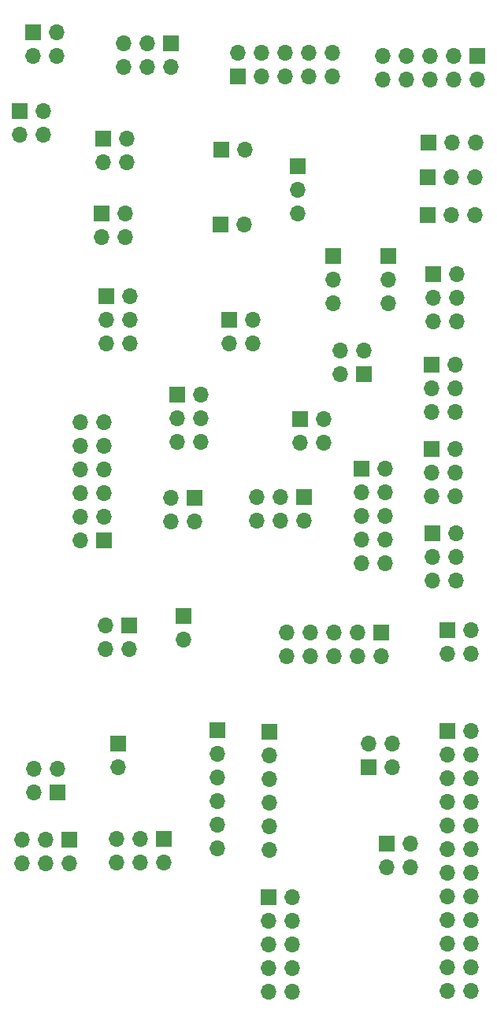
<source format=gbr>
%TF.GenerationSoftware,KiCad,Pcbnew,(7.0.0)*%
%TF.CreationDate,2023-03-28T06:18:24-07:00*%
%TF.ProjectId,wyw_r,7779775f-722e-46b6-9963-61645f706362,rev?*%
%TF.SameCoordinates,Original*%
%TF.FileFunction,Soldermask,Top*%
%TF.FilePolarity,Negative*%
%FSLAX46Y46*%
G04 Gerber Fmt 4.6, Leading zero omitted, Abs format (unit mm)*
G04 Created by KiCad (PCBNEW (7.0.0)) date 2023-03-28 06:18:24*
%MOMM*%
%LPD*%
G01*
G04 APERTURE LIST*
%ADD10R,1.700000X1.700000*%
%ADD11O,1.700000X1.700000*%
G04 APERTURE END LIST*
D10*
%TO.C,J49*%
X69499999Y-76999999D03*
D11*
X72039999Y-76999999D03*
X69499999Y-79539999D03*
X72039999Y-79539999D03*
X69499999Y-82079999D03*
X72039999Y-82079999D03*
%TD*%
D10*
%TO.C,J_POT1*%
X41509999Y-33419999D03*
D11*
X41509999Y-35959999D03*
X38969999Y-33419999D03*
X38969999Y-35959999D03*
X36429999Y-33419999D03*
X36429999Y-35959999D03*
%TD*%
D10*
%TO.C,J_JACKS2*%
X62724999Y-111274999D03*
D11*
X62724999Y-108734999D03*
X65264999Y-111274999D03*
X65264999Y-108734999D03*
%TD*%
D10*
%TO.C,J21*%
X34074999Y-51724999D03*
D11*
X36614999Y-51724999D03*
X34074999Y-54264999D03*
X36614999Y-54264999D03*
%TD*%
D10*
%TO.C,J14*%
X47739999Y-63174999D03*
D11*
X50279999Y-63174999D03*
X47739999Y-65714999D03*
X50279999Y-65714999D03*
%TD*%
D10*
%TO.C,J28*%
X29284999Y-113949999D03*
D11*
X26744999Y-113949999D03*
X29284999Y-111409999D03*
X26744999Y-111409999D03*
%TD*%
D10*
%TO.C,J12*%
X58899999Y-56324999D03*
D11*
X58899999Y-58864999D03*
X58899999Y-61404999D03*
%TD*%
D10*
%TO.C,J_DIODE_A2*%
X46499999Y-107249999D03*
D11*
X46499999Y-109789999D03*
X46499999Y-112329999D03*
X46499999Y-114869999D03*
X46499999Y-117409999D03*
X46499999Y-119949999D03*
%TD*%
D10*
%TO.C,J6*%
X42209999Y-71209999D03*
D11*
X44749999Y-71209999D03*
X42209999Y-73749999D03*
X44749999Y-73749999D03*
X42209999Y-76289999D03*
X44749999Y-76289999D03*
%TD*%
D10*
%TO.C,J9*%
X69109999Y-51849999D03*
D11*
X71649999Y-51849999D03*
X74189999Y-51849999D03*
%TD*%
D10*
%TO.C,J33*%
X71209999Y-107309999D03*
D11*
X73749999Y-107309999D03*
X71209999Y-109849999D03*
X73749999Y-109849999D03*
X71209999Y-112389999D03*
X73749999Y-112389999D03*
X71209999Y-114929999D03*
X73749999Y-114929999D03*
X71209999Y-117469999D03*
X73749999Y-117469999D03*
X71209999Y-120009999D03*
X73749999Y-120009999D03*
X71209999Y-122549999D03*
X73749999Y-122549999D03*
X71209999Y-125089999D03*
X73749999Y-125089999D03*
X71209999Y-127629999D03*
X73749999Y-127629999D03*
X71209999Y-130169999D03*
X73749999Y-130169999D03*
X71209999Y-132709999D03*
X73749999Y-132709999D03*
X71209999Y-135249999D03*
X73749999Y-135249999D03*
%TD*%
D10*
%TO.C,J11*%
X64899999Y-56324999D03*
D11*
X64899999Y-58864999D03*
X64899999Y-61404999D03*
%TD*%
D10*
%TO.C,J10*%
X34539999Y-60609999D03*
D11*
X37079999Y-60609999D03*
X34539999Y-63149999D03*
X37079999Y-63149999D03*
X34539999Y-65689999D03*
X37079999Y-65689999D03*
%TD*%
D10*
%TO.C,J4*%
X69149999Y-44099999D03*
D11*
X71689999Y-44099999D03*
X74229999Y-44099999D03*
%TD*%
D10*
%TO.C,J_JACKS1*%
X26719999Y-32219999D03*
D11*
X29259999Y-32219999D03*
X26719999Y-34759999D03*
X29259999Y-34759999D03*
%TD*%
D10*
%TO.C,J13*%
X55409999Y-73859999D03*
D11*
X57949999Y-73859999D03*
X55409999Y-76399999D03*
X57949999Y-76399999D03*
%TD*%
D10*
%TO.C,J_POT4*%
X55774999Y-82224999D03*
D11*
X55774999Y-84764999D03*
X53234999Y-82224999D03*
X53234999Y-84764999D03*
X50694999Y-82224999D03*
X50694999Y-84764999D03*
%TD*%
D10*
%TO.C,J47*%
X64074999Y-96724999D03*
D11*
X64074999Y-99264999D03*
X61534999Y-96724999D03*
X61534999Y-99264999D03*
X58994999Y-96724999D03*
X58994999Y-99264999D03*
X56454999Y-96724999D03*
X56454999Y-99264999D03*
X53914999Y-96724999D03*
X53914999Y-99264999D03*
%TD*%
D10*
%TO.C,J34*%
X25249999Y-40709999D03*
D11*
X27789999Y-40709999D03*
X25249999Y-43249999D03*
X27789999Y-43249999D03*
%TD*%
D10*
%TO.C,J_POT2*%
X30579999Y-118999999D03*
D11*
X30579999Y-121539999D03*
X28039999Y-118999999D03*
X28039999Y-121539999D03*
X25499999Y-118999999D03*
X25499999Y-121539999D03*
%TD*%
D10*
%TO.C,J23*%
X46849999Y-52899999D03*
D11*
X49389999Y-52899999D03*
%TD*%
D10*
%TO.C,J15*%
X55149999Y-46599999D03*
D11*
X55149999Y-49139999D03*
X55149999Y-51679999D03*
%TD*%
D10*
%TO.C,J20*%
X34249999Y-43709999D03*
D11*
X36789999Y-43709999D03*
X34249999Y-46249999D03*
X36789999Y-46249999D03*
%TD*%
D10*
%TO.C,J17*%
X64709999Y-119474999D03*
D11*
X67249999Y-119474999D03*
X64709999Y-122014999D03*
X67249999Y-122014999D03*
%TD*%
D10*
%TO.C,J_POT3*%
X40724999Y-118914999D03*
D11*
X40724999Y-121454999D03*
X38184999Y-118914999D03*
X38184999Y-121454999D03*
X35644999Y-118914999D03*
X35644999Y-121454999D03*
%TD*%
D10*
%TO.C,J19*%
X51999999Y-125209999D03*
D11*
X54539999Y-125209999D03*
X51999999Y-127749999D03*
X54539999Y-127749999D03*
X51999999Y-130289999D03*
X54539999Y-130289999D03*
X51999999Y-132829999D03*
X54539999Y-132829999D03*
X51999999Y-135369999D03*
X54539999Y-135369999D03*
%TD*%
D10*
%TO.C,J_LEDS1*%
X34274999Y-86849999D03*
D11*
X31734999Y-86849999D03*
X34274999Y-84309999D03*
X31734999Y-84309999D03*
X34274999Y-81769999D03*
X31734999Y-81769999D03*
X34274999Y-79229999D03*
X31734999Y-79229999D03*
X34274999Y-76689999D03*
X31734999Y-76689999D03*
X34274999Y-74149999D03*
X31734999Y-74149999D03*
%TD*%
D10*
%TO.C,J30*%
X61974999Y-79174999D03*
D11*
X64514999Y-79174999D03*
X61974999Y-81714999D03*
X64514999Y-81714999D03*
X61974999Y-84254999D03*
X64514999Y-84254999D03*
X61974999Y-86794999D03*
X64514999Y-86794999D03*
X61974999Y-89334999D03*
X64514999Y-89334999D03*
%TD*%
D10*
%TO.C,J38*%
X62274999Y-69024999D03*
D11*
X59734999Y-69024999D03*
X62274999Y-66484999D03*
X59734999Y-66484999D03*
%TD*%
D10*
%TO.C,J39*%
X71224999Y-96474999D03*
D11*
X73764999Y-96474999D03*
X71224999Y-99014999D03*
X73764999Y-99014999D03*
%TD*%
D10*
%TO.C,J27*%
X35849999Y-108699999D03*
D11*
X35849999Y-111239999D03*
%TD*%
D10*
%TO.C,J29*%
X48674999Y-37024999D03*
D11*
X48674999Y-34484999D03*
X51214999Y-37024999D03*
X51214999Y-34484999D03*
X53754999Y-37024999D03*
X53754999Y-34484999D03*
X56294999Y-37024999D03*
X56294999Y-34484999D03*
X58834999Y-37024999D03*
X58834999Y-34484999D03*
%TD*%
D10*
%TO.C,J3*%
X69519999Y-67969999D03*
D11*
X72059999Y-67969999D03*
X69519999Y-70509999D03*
X72059999Y-70509999D03*
X69519999Y-73049999D03*
X72059999Y-73049999D03*
%TD*%
D10*
%TO.C,J24*%
X44024999Y-82274999D03*
D11*
X44024999Y-84814999D03*
X41484999Y-82274999D03*
X41484999Y-84814999D03*
%TD*%
D10*
%TO.C,J25*%
X42849999Y-94974999D03*
D11*
X42849999Y-97514999D03*
%TD*%
D10*
%TO.C,J_DIODE_C1*%
X52099999Y-107399999D03*
D11*
X52099999Y-109939999D03*
X52099999Y-112479999D03*
X52099999Y-115019999D03*
X52099999Y-117559999D03*
X52099999Y-120099999D03*
%TD*%
D10*
%TO.C,J2*%
X69597499Y-86109999D03*
D11*
X72137499Y-86109999D03*
X69597499Y-88649999D03*
X72137499Y-88649999D03*
X69597499Y-91189999D03*
X72137499Y-91189999D03*
%TD*%
D10*
%TO.C,J22*%
X46920899Y-44899999D03*
D11*
X49460899Y-44899999D03*
%TD*%
D10*
%TO.C,J7*%
X69674999Y-58274999D03*
D11*
X72214999Y-58274999D03*
X69674999Y-60814999D03*
X72214999Y-60814999D03*
X69674999Y-63354999D03*
X72214999Y-63354999D03*
%TD*%
D10*
%TO.C,J26*%
X37049999Y-95959999D03*
D11*
X37049999Y-98499999D03*
X34509999Y-95959999D03*
X34509999Y-98499999D03*
%TD*%
D10*
%TO.C,J5*%
X69069999Y-47849999D03*
D11*
X71609999Y-47849999D03*
X74149999Y-47849999D03*
%TD*%
D10*
%TO.C,J16*%
X74409999Y-34749999D03*
D11*
X74409999Y-37289999D03*
X71869999Y-34749999D03*
X71869999Y-37289999D03*
X69329999Y-34749999D03*
X69329999Y-37289999D03*
X66789999Y-34749999D03*
X66789999Y-37289999D03*
X64249999Y-34749999D03*
X64249999Y-37289999D03*
%TD*%
M02*

</source>
